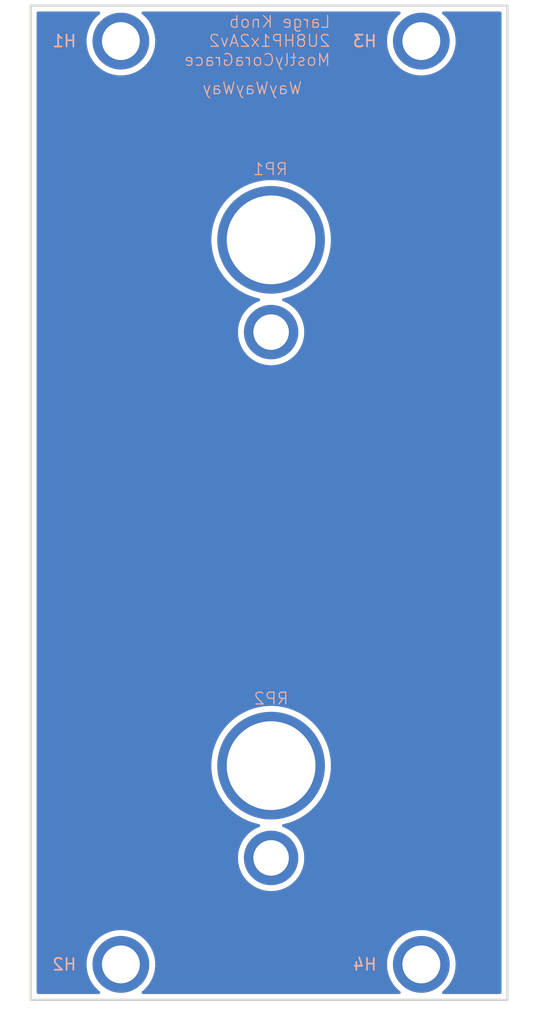
<source format=kicad_pcb>
(kicad_pcb (version 20241229) (generator "pcbnew") (generator_version "9.0")
  (layers (0 "F.Cu" signal) (2 "B.Cu" signal) (13 "F.Paste" user) (15 "B.Paste" user) (5 "F.SilkS" user "F.Silkscreen") (7 "B.SilkS" user "B.Silkscreen") (1 "F.Mask" user) (3 "B.Mask" user) (25 "Edge.Cuts" user))
  (net 0 "")
  (footprint "EXC:MountingHole_3.2mm_M3" (layer "F.Cu") (at 33.02 5.425)
    (property "Reference" "H3" (at -3.683 0 0) (layer "B.SilkS") (effects (justify left mirror)))
    (property "Value" "Eurorack_M3_MountingHole")
    (pad "" thru_hole circle (at 0 0) (size 4.8 4.8) (drill 3.2) (layers "*.Cu" "*.Mask"))
  )
  (footprint "EXC:MountingHole_3.2mm_M3" (layer "F.Cu") (at 33.02 83.475)
    (property "Reference" "H4" (at -3.683 0 0) (layer "B.SilkS") (effects (justify left mirror)))
    (property "Value" "Eurorack_M3_MountingHole")
    (pad "" thru_hole circle (at 0 0) (size 4.8 4.8) (drill 3.2) (layers "*.Cu" "*.Mask"))
  )
  (footprint "EXC:MountingHole_3.2mm_M3" (layer "F.Cu") (at 7.62 83.475)
    (property "Reference" "H2" (at -3.683 0 0) (layer "B.SilkS") (effects (justify left mirror)))
    (property "Value" "Eurorack_M3_MountingHole")
    (pad "" thru_hole circle (at 0 0) (size 4.8 4.8) (drill 3.2) (layers "*.Cu" "*.Mask"))
  )
  (footprint "EXC:Rotary_Potentiometer_M7_Panel_Mount" (layer "F.Cu") (at 20.32 66.675)
    (property "Reference" "RP2" (at 0 -5.675 0) (layer "B.SilkS") (effects (font (thickness 0.1)) (justify mirror)))
    (property "Value" "M7_Panel_Mount_Rotary_Potentiometer")
    (pad "" thru_hole circle (at 0 0) (size 9.1 9.1) (drill 7.5) (layers "*.Cu" "*.Mask"))
    (pad "" thru_hole circle (at 0 7.8) (size 4.6 4.6) (drill 3) (layers "*.Cu" "*.Mask"))
  )
  (footprint "EXC:Rotary_Potentiometer_M7_Panel_Mount" (layer "F.Cu") (at 20.32 22.225)
    (property "Reference" "RP1" (at -0.07 -5.975 0) (layer "B.SilkS") (effects (font (thickness 0.1)) (justify mirror)))
    (property "Value" "M7_Panel_Mount_Rotary_Potentiometer")
    (pad "" thru_hole circle (at 0 0) (size 9.1 9.1) (drill 7.5) (layers "*.Cu" "*.Mask"))
    (pad "" thru_hole circle (at 0 7.8) (size 4.6 4.6) (drill 3) (layers "*.Cu" "*.Mask"))
  )
  (footprint "EXC:MountingHole_3.2mm_M3" (layer "F.Cu") (at 7.62 5.425)
    (property "Reference" "H1" (at -3.683 0 0) (layer "B.SilkS") (effects (justify left mirror)))
    (property "Value" "Eurorack_M3_MountingHole")
    (pad "" thru_hole circle (at 0 0) (size 4.8 4.8) (drill 3.2) (layers "*.Cu" "*.Mask"))
  )
  (gr_rect (start 0 2.425) (end 40.3 86.475) (stroke (width 0.2)) (fill no) (layer "Edge.Cuts"))
  (gr_text "Large Knob\n2U8HP1x2Av2\nMostlyCoraGrace" (at 25.4 7.6 0) (layer "B.SilkS") (effects (font (size 1 1) (thickness 0.1)) (justify left bottom mirror)))
  (gr_text "WayWayWay" (at 23 10 0) (layer "B.SilkS") (effects (font (size 1 1) (thickness 0.1)) (justify left bottom mirror)))
  (zone (net 0) (net_name "") (layers "F.Cu" "B.Cu") (connect_pads (clearance 0.5)) (min_thickness 0.25) (fill yes (thermal_gap 0.5) (thermal_bridge_width 0.5) (island_removal_mode 1) (island_area_min 10))
    (polygon (pts (xy 0 2.425) (xy 40.3 2.425) (xy 40.3 86.475) (xy 0 86.475)))
  )
)
</source>
